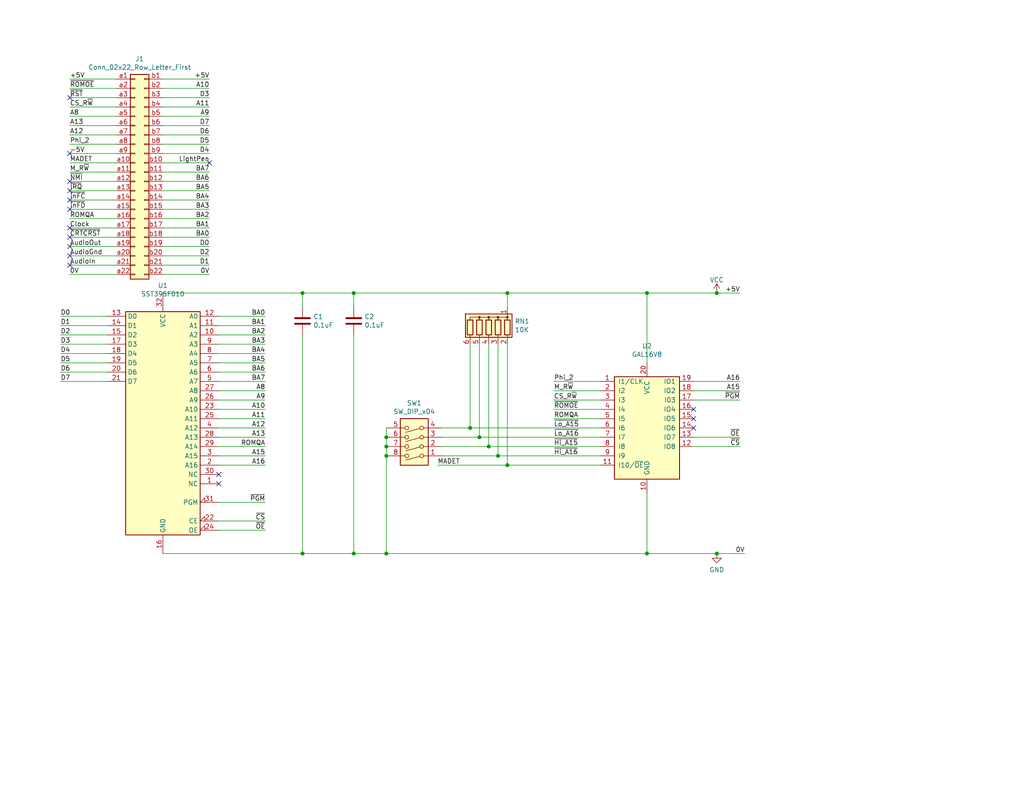
<source format=kicad_sch>
(kicad_sch (version 20230121) (generator eeschema)
  (paper "USLetter")
  (title_block (title "MultiROM Cartridge for BBC Master & Acorn Electron") (date "2023-02-07") (rev "Issue 1"))
  (lib_symbols
    (symbol "Connector_Generic:Conn_02x22_Row_Letter_First" (pin_names (offset 1.016) hide)
      (property "Reference" "J" (at 1.27 27.94 0))
      (property "Value" "Conn_02x22_Row_Letter_First" (at 1.27 -30.48 0))
      (symbol "Conn_02x22_Row_Letter_First_1_1"
        (rectangle (start -1.27 -27.813) (end 0 -28.067) (stroke (width 0.1524)))
        (rectangle (start -1.27 -25.273) (end 0 -25.527) (stroke (width 0.1524)))
        (rectangle (start -1.27 -22.733) (end 0 -22.987) (stroke (width 0.1524)))
        (rectangle (start -1.27 -20.193) (end 0 -20.447) (stroke (width 0.1524)))
        (rectangle (start -1.27 -17.653) (end 0 -17.907) (stroke (width 0.1524)))
        (rectangle (start -1.27 -15.113) (end 0 -15.367) (stroke (width 0.1524)))
        (rectangle (start -1.27 -12.573) (end 0 -12.827) (stroke (width 0.1524)))
        (rectangle (start -1.27 -10.033) (end 0 -10.287) (stroke (width 0.1524)))
        (rectangle (start -1.27 -7.493) (end 0 -7.747) (stroke (width 0.1524)))
        (rectangle (start -1.27 -4.953) (end 0 -5.207) (stroke (width 0.1524)))
        (rectangle (start -1.27 -2.413) (end 0 -2.667) (stroke (width 0.1524)))
        (rectangle (start -1.27 0.127) (end 0 -0.127) (stroke (width 0.1524)))
        (rectangle (start -1.27 2.667) (end 0 2.413) (stroke (width 0.1524)))
        (rectangle (start -1.27 5.207) (end 0 4.953) (stroke (width 0.1524)))
        (rectangle (start -1.27 7.747) (end 0 7.493) (stroke (width 0.1524)))
        (rectangle (start -1.27 10.287) (end 0 10.033) (stroke (width 0.1524)))
        (rectangle (start -1.27 12.827) (end 0 12.573) (stroke (width 0.1524)))
        (rectangle (start -1.27 15.367) (end 0 15.113) (stroke (width 0.1524)))
        (rectangle (start -1.27 17.907) (end 0 17.653) (stroke (width 0.1524)))
        (rectangle (start -1.27 20.447) (end 0 20.193) (stroke (width 0.1524)))
        (rectangle (start -1.27 22.987) (end 0 22.733) (stroke (width 0.1524)))
        (rectangle (start -1.27 25.527) (end 0 25.273) (stroke (width 0.1524)))
        (rectangle (start -1.27 26.67) (end 3.81 -29.21) (stroke (width 0.254)) (fill (type background)))
        (rectangle (start 3.81 -27.813) (end 2.54 -28.067) (stroke (width 0.1524)))
        (rectangle (start 3.81 -25.273) (end 2.54 -25.527) (stroke (width 0.1524)))
        (rectangle (start 3.81 -22.733) (end 2.54 -22.987) (stroke (width 0.1524)))
        (rectangle (start 3.81 -20.193) (end 2.54 -20.447) (stroke (width 0.1524)))
        (rectangle (start 3.81 -17.653) (end 2.54 -17.907) (stroke (width 0.1524)))
        (rectangle (start 3.81 -15.113) (end 2.54 -15.367) (stroke (width 0.1524)))
        (rectangle (start 3.81 -12.573) (end 2.54 -12.827) (stroke (width 0.1524)))
        (rectangle (start 3.81 -10.033) (end 2.54 -10.287) (stroke (width 0.1524)))
        (rectangle (start 3.81 -7.493) (end 2.54 -7.747) (stroke (width 0.1524)))
        (rectangle (start 3.81 -4.953) (end 2.54 -5.207) (stroke (width 0.1524)))
        (rectangle (start 3.81 -2.413) (end 2.54 -2.667) (stroke (width 0.1524)))
        (rectangle (start 3.81 0.127) (end 2.54 -0.127) (stroke (width 0.1524)))
        (rectangle (start 3.81 2.667) (end 2.54 2.413) (stroke (width 0.1524)))
        (rectangle (start 3.81 5.207) (end 2.54 4.953) (stroke (width 0.1524)))
        (rectangle (start 3.81 7.747) (end 2.54 7.493) (stroke (width 0.1524)))
        (rectangle (start 3.81 10.287) (end 2.54 10.033) (stroke (width 0.1524)))
        (rectangle (start 3.81 12.827) (end 2.54 12.573) (stroke (width 0.1524)))
        (rectangle (start 3.81 15.367) (end 2.54 15.113) (stroke (width 0.1524)))
        (rectangle (start 3.81 17.907) (end 2.54 17.653) (stroke (width 0.1524)))
        (rectangle (start 3.81 20.447) (end 2.54 20.193) (stroke (width 0.1524)))
        (rectangle (start 3.81 22.987) (end 2.54 22.733) (stroke (width 0.1524)))
        (rectangle (start 3.81 25.527) (end 2.54 25.273) (stroke (width 0.1524)))
        (pin passive line (at -5.08 25.4 0) (length 3.81) (name "Pin_a1") (number "a1"))
        (pin passive line (at -5.08 2.54 0) (length 3.81) (name "Pin_a10") (number "a10"))
        (pin passive line (at -5.08 0 0) (length 3.81) (name "Pin_a11") (number "a11"))
        (pin passive line (at -5.08 -2.54 0) (length 3.81) (name "Pin_a12") (number "a12"))
        (pin passive line (at -5.08 -5.08 0) (length 3.81) (name "Pin_a13") (number "a13"))
        (pin passive line (at -5.08 -7.62 0) (length 3.81) (name "Pin_a14") (number "a14"))
        (pin passive line (at -5.08 -10.16 0) (length 3.81) (name "Pin_a15") (number "a15"))
        (pin passive line (at -5.08 -12.7 0) (length 3.81) (name "Pin_a16") (number "a16"))
        (pin passive line (at -5.08 -15.24 0) (length 3.81) (name "Pin_a17") (number "a17"))
        (pin passive line (at -5.08 -17.78 0) (length 3.81) (name "Pin_a18") (number "a18"))
        (pin passive line (at -5.08 -20.32 0) (length 3.81) (name "Pin_a19") (number "a19"))
        (pin passive line (at -5.08 22.86 0) (length 3.81) (name "Pin_a2") (number "a2"))
        (pin passive line (at -5.08 -22.86 0) (length 3.81) (name "Pin_a20") (number "a20"))
        (pin passive line (at -5.08 -25.4 0) (length 3.81) (name "Pin_a21") (number "a21"))
        (pin passive line (at -5.08 -27.94 0) (length 3.81) (name "Pin_a22") (number "a22"))
        (pin passive line (at -5.08 20.32 0) (length 3.81) (name "Pin_a3") (number "a3"))
        (pin passive line (at -5.08 17.78 0) (length 3.81) (name "Pin_a4") (number "a4"))
        (pin passive line (at -5.08 15.24 0) (length 3.81) (name "Pin_a5") (number "a5"))
        (pin passive line (at -5.08 12.7 0) (length 3.81) (name "Pin_a6") (number "a6"))
        (pin passive line (at -5.08 10.16 0) (length 3.81) (name "Pin_a7") (number "a7"))
        (pin passive line (at -5.08 7.62 0) (length 3.81) (name "Pin_a8") (number "a8"))
        (pin passive line (at -5.08 5.08 0) (length 3.81) (name "Pin_a9") (number "a9"))
        (pin passive line (at 7.62 25.4 180) (length 3.81) (name "Pin_b1") (number "b1"))
        (pin passive line (at 7.62 2.54 180) (length 3.81) (name "Pin_b10") (number "b10"))
        (pin passive line (at 7.62 0 180) (length 3.81) (name "Pin_b11") (number "b11"))
        (pin passive line (at 7.62 -2.54 180) (length 3.81) (name "Pin_b12") (number "b12"))
        (pin passive line (at 7.62 -5.08 180) (length 3.81) (name "Pin_b13") (number "b13"))
        (pin passive line (at 7.62 -7.62 180) (length 3.81) (name "Pin_b14") (number "b14"))
        (pin passive line (at 7.62 -10.16 180) (length 3.81) (name "Pin_b15") (number "b15"))
        (pin passive line (at 7.62 -12.7 180) (length 3.81) (name "Pin_b16") (number "b16"))
        (pin passive line (at 7.62 -15.24 180) (length 3.81) (name "Pin_b17") (number "b17"))
        (pin passive line (at 7.62 -17.78 180) (length 3.81) (name "Pin_b18") (number "b18"))
        (pin passive line (at 7.62 -20.32 180) (length 3.81) (name "Pin_b19") (number "b19"))
        (pin passive line (at 7.62 22.86 180) (length 3.81) (name "Pin_b2") (number "b2"))
        (pin passive line (at 7.62 -22.86 180) (length 3.81) (name "Pin_b20") (number "b20"))
        (pin passive line (at 7.62 -25.4 180) (length 3.81) (name "Pin_b21") (number "b21"))
        (pin passive line (at 7.62 -27.94 180) (length 3.81) (name "Pin_b22") (number "b22"))
        (pin passive line (at 7.62 20.32 180) (length 3.81) (name "Pin_b3") (number "b3"))
        (pin passive line (at 7.62 17.78 180) (length 3.81) (name "Pin_b4") (number "b4"))
        (pin passive line (at 7.62 15.24 180) (length 3.81) (name "Pin_b5") (number "b5"))
        (pin passive line (at 7.62 12.7 180) (length 3.81) (name "Pin_b6") (number "b6"))
        (pin passive line (at 7.62 10.16 180) (length 3.81) (name "Pin_b7") (number "b7"))
        (pin passive line (at 7.62 7.62 180) (length 3.81) (name "Pin_b8") (number "b8"))
        (pin passive line (at 7.62 5.08 180) (length 3.81) (name "Pin_b9") (number "b9"))
      )
    )
    (symbol "Device:C" (pin_numbers hide) (pin_names (offset 0.254))
      (property "Reference" "C" (at 0.635 2.54 0))
      (property "Value" "C" (at 0.635 -2.54 0))
      (symbol "C_0_1"
        (polyline (pts (xy -2.032 -0.762) (xy 2.032 -0.762)) (stroke (width 0.508)))
        (polyline (pts (xy -2.032 0.762) (xy 2.032 0.762)) (stroke (width 0.508)))
      )
      (symbol "C_1_1"
        (pin passive line (at 0 3.81 270) (length 2.794) (name "~") (number "1"))
        (pin passive line (at 0 -3.81 90) (length 2.794) (name "~") (number "2"))
      )
    )
    (symbol "Device:R_Network05" (pin_names (offset 0) hide)
      (property "Reference" "RN" (at -7.62 0 90))
      (property "Value" "R_Network05" (at 7.62 0 90))
      (symbol "R_Network05_0_1"
        (rectangle (start -6.35 -3.175) (end 6.35 3.175) (stroke (width 0.254)) (fill (type background)))
        (rectangle (start -5.842 1.524) (end -4.318 -2.54) (stroke (width 0.254)))
        (circle (center -5.08 2.286) (radius 0.254) (fill (type outline)))
        (rectangle (start -3.302 1.524) (end -1.778 -2.54) (stroke (width 0.254)))
        (circle (center -2.54 2.286) (radius 0.254) (fill (type outline)))
        (rectangle (start -0.762 1.524) (end 0.762 -2.54) (stroke (width 0.254)))
        (polyline (pts (xy -5.08 -2.54) (xy -5.08 -3.81)))
        (polyline (pts (xy -2.54 -2.54) (xy -2.54 -3.81)))
        (polyline (pts (xy 0 -2.54) (xy 0 -3.81)))
        (polyline (pts (xy 2.54 -2.54) (xy 2.54 -3.81)))
        (polyline (pts (xy 5.08 -2.54) (xy 5.08 -3.81)))
        (polyline (pts (xy -5.08 1.524) (xy -5.08 2.286) (xy -2.54 2.286) (xy -2.54 1.524)))
        (polyline (pts (xy -2.54 1.524) (xy -2.54 2.286) (xy 0 2.286) (xy 0 1.524)))
        (polyline (pts (xy 0 1.524) (xy 0 2.286) (xy 2.54 2.286) (xy 2.54 1.524)))
        (polyline (pts (xy 2.54 1.524) (xy 2.54 2.286) (xy 5.08 2.286) (xy 5.08 1.524)))
        (circle (center 0 2.286) (radius 0.254) (fill (type outline)))
        (rectangle (start 1.778 1.524) (end 3.302 -2.54) (stroke (width 0.254)))
        (circle (center 2.54 2.286) (radius 0.254) (fill (type outline)))
        (rectangle (start 4.318 1.524) (end 5.842 -2.54) (stroke (width 0.254)))
      )
      (symbol "R_Network05_1_1"
        (pin passive line (at -5.08 5.08 270) (length 2.54) (name "common") (number "1"))
        (pin passive line (at -5.08 -5.08 90) (length 1.27) (name "R1") (number "2"))
        (pin passive line (at -2.54 -5.08 90) (length 1.27) (name "R2") (number "3"))
        (pin passive line (at 0 -5.08 90) (length 1.27) (name "R3") (number "4"))
        (pin passive line (at 2.54 -5.08 90) (length 1.27) (name "R4") (number "5"))
        (pin passive line (at 5.08 -5.08 90) (length 1.27) (name "R5") (number "6"))
      )
    )
    (symbol "Logic_Programmable:GAL16V8" (pin_names (offset 1.016))
      (property "Reference" "U" (at -8.89 16.51 0))
      (property "Value" "GAL16V8" (at 1.27 16.51 0))
      (symbol "GAL16V8_0_0"
        (pin power_in line (at 0 -17.78 90) (length 3.81) (name "GND") (number "10"))
        (pin power_in line (at 0 17.78 270) (length 3.81) (name "VCC") (number "20"))
      )
      (symbol "GAL16V8_0_1"
        (rectangle (start -8.89 13.97) (end 8.89 -13.97) (stroke (width 0.254)) (fill (type background)))
      )
      (symbol "GAL16V8_1_1"
        (pin input line (at -12.7 12.7 0) (length 3.81) (name "I1/CLK") (number "1"))
        (pin input line (at -12.7 -10.16 0) (length 3.81) (name "I10/~{OE}") (number "11"))
        (pin tri_state line (at 12.7 -5.08 180) (length 3.81) (name "IO8") (number "12"))
        (pin tri_state line (at 12.7 -2.54 180) (length 3.81) (name "IO7") (number "13"))
        (pin tri_state line (at 12.7 0 180) (length 3.81) (name "IO6") (number "14"))
        (pin tri_state line (at 12.7 2.54 180) (length 3.81) (name "IO5") (number "15"))
        (pin tri_state line (at 12.7 5.08 180) (length 3.81) (name "IO4") (number "16"))
        (pin tri_state line (at 12.7 7.62 180) (length 3.81) (name "I03") (number "17"))
        (pin tri_state line (at 12.7 10.16 180) (length 3.81) (name "IO2") (number "18"))
        (pin tri_state line (at 12.7 12.7 180) (length 3.81) (name "IO1") (number "19"))
        (pin input line (at -12.7 10.16 0) (length 3.81) (name "I2") (number "2"))
        (pin input line (at -12.7 7.62 0) (length 3.81) (name "I3") (number "3"))
        (pin input line (at -12.7 5.08 0) (length 3.81) (name "I4") (number "4"))
        (pin input line (at -12.7 2.54 0) (length 3.81) (name "I5") (number "5"))
        (pin input line (at -12.7 0 0) (length 3.81) (name "I6") (number "6"))
        (pin input line (at -12.7 -2.54 0) (length 3.81) (name "I7") (number "7"))
        (pin input line (at -12.7 -5.08 0) (length 3.81) (name "I8") (number "8"))
        (pin input line (at -12.7 -7.62 0) (length 3.81) (name "I9") (number "9"))
      )
    )
    (symbol "Memory_Flash:SST39SF010"
      (property "Reference" "U" (at 2.54 33.02 0))
      (property "Value" "SST39SF010" (at 0 -30.48 0))
      (symbol "SST39SF010_0_0"
        (pin power_in line (at 0 -34.29 90) (length 5.08) (name "GND") (number "16"))
        (pin power_in line (at 0 36.83 270) (length 5.08) (name "VCC") (number "32"))
      )
      (symbol "SST39SF010_0_1"
        (rectangle (start -10.16 31.75) (end 10.16 -29.21) (stroke (width 0.254)) (fill (type background)))
      )
      (symbol "SST39SF010_1_1"
        (pin input line (at -15.24 -15.24 0) (length 5.08) (name "NC") (number "1"))
        (pin input line (at -15.24 25.4 0) (length 5.08) (name "A2") (number "10"))
        (pin input line (at -15.24 27.94 0) (length 5.08) (name "A1") (number "11"))
        (pin input line (at -15.24 30.48 0) (length 5.08) (name "A0") (number "12"))
        (pin tri_state line (at 15.24 30.48 180) (length 5.08) (name "D0") (number "13"))
        (pin tri_state line (at 15.24 27.94 180) (length 5.08) (name "D1") (number "14"))
        (pin tri_state line (at 15.24 25.4 180) (length 5.08) (name "D2") (number "15"))
        (pin tri_state line (at 15.24 22.86 180) (length 5.08) (name "D3") (number "17"))
        (pin tri_state line (at 15.24 20.32 180) (length 5.08) (name "D4") (number "18"))
        (pin tri_state line (at 15.24 17.78 180) (length 5.08) (name "D5") (number "19"))
        (pin input line (at -15.24 -10.16 0) (length 5.08) (name "A16") (number "2"))
        (pin tri_state line (at 15.24 15.24 180) (length 5.08) (name "D6") (number "20"))
        (pin tri_state line (at 15.24 12.7 180) (length 5.08) (name "D7") (number "21"))
        (pin input input_low (at -15.24 -25.4 0) (length 5.08) (name "CE") (number "22"))
        (pin input line (at -15.24 5.08 0) (length 5.08) (name "A10") (number "23"))
        (pin input input_low (at -15.24 -27.94 0) (length 5.08) (name "OE") (number "24"))
        (pin input line (at -15.24 2.54 0) (length 5.08) (name "A11") (number "25"))
        (pin input line (at -15.24 7.62 0) (length 5.08) (name "A9") (number "26"))
        (pin input line (at -15.24 10.16 0) (length 5.08) (name "A8") (number "27"))
        (pin input line (at -15.24 -2.54 0) (length 5.08) (name "A13") (number "28"))
        (pin input line (at -15.24 -5.08 0) (length 5.08) (name "A14") (number "29"))
        (pin input line (at -15.24 -7.62 0) (length 5.08) (name "A15") (number "3"))
        (pin input line (at -15.24 -12.7 0) (length 5.08) (name "NC") (number "30"))
        (pin input input_low (at -15.24 -20.32 0) (length 5.08) (name "PGM") (number "31"))
        (pin input line (at -15.24 0 0) (length 5.08) (name "A12") (number "4"))
        (pin input line (at -15.24 12.7 0) (length 5.08) (name "A7") (number "5"))
        (pin input line (at -15.24 15.24 0) (length 5.08) (name "A6") (number "6"))
        (pin input line (at -15.24 17.78 0) (length 5.08) (name "A5") (number "7"))
        (pin input line (at -15.24 20.32 0) (length 5.08) (name "A4") (number "8"))
        (pin input line (at -15.24 22.86 0) (length 5.08) (name "A3") (number "9"))
      )
    )
    (symbol "Switch:SW_DIP_x04" (pin_names (offset 0) hide)
      (property "Reference" "SW" (at 0 8.89 0))
      (property "Value" "SW_DIP_x04" (at 0 -6.35 0))
      (symbol "SW_DIP_x04_0_0"
        (circle (center -2.032 -2.54) (radius 0.508))
        (circle (center -2.032 0) (radius 0.508))
        (circle (center -2.032 2.54) (radius 0.508))
        (circle (center -2.032 5.08) (radius 0.508))
        (polyline (pts (xy -1.524 -2.3876) (xy 2.3622 -1.3462)))
        (polyline (pts (xy -1.524 0.127) (xy 2.3622 1.1684)))
        (polyline (pts (xy -1.524 2.667) (xy 2.3622 3.7084)))
        (polyline (pts (xy -1.524 5.207) (xy 2.3622 6.2484)))
        (circle (center 2.032 -2.54) (radius 0.508))
        (circle (center 2.032 0) (radius 0.508))
        (circle (center 2.032 2.54) (radius 0.508))
        (circle (center 2.032 5.08) (radius 0.508))
      )
      (symbol "SW_DIP_x04_0_1"
        (rectangle (start -3.81 7.62) (end 3.81 -5.08) (stroke (width 0.254)) (fill (type background)))
      )
      (symbol "SW_DIP_x04_1_1"
        (pin passive line (at -7.62 5.08 0) (length 5.08) (name "~") (number "1"))
        (pin passive line (at -7.62 2.54 0) (length 5.08) (name "~") (number "2"))
        (pin passive line (at -7.62 0 0) (length 5.08) (name "~") (number "3"))
        (pin passive line (at -7.62 -2.54 0) (length 5.08) (name "~") (number "4"))
        (pin passive line (at 7.62 -2.54 180) (length 5.08) (name "~") (number "5"))
        (pin passive line (at 7.62 0 180) (length 5.08) (name "~") (number "6"))
        (pin passive line (at 7.62 2.54 180) (length 5.08) (name "~") (number "7"))
        (pin passive line (at 7.62 5.08 180) (length 5.08) (name "~") (number "8"))
      )
    )
    (symbol "power:GND" (power) (pin_names (offset 0))
      (property "Value" "GND" (at 0 -3.81 0))
      (symbol "GND_0_1"
        (polyline (pts (xy 0 0) (xy 0 -1.27) (xy 1.27 -1.27) (xy 0 -2.54) (xy -1.27 -1.27) (xy 0 -1.27)))
      )
      (symbol "GND_1_1"
        (pin power_in line (at 0 0 270) (length 0) hide (name "GND") (number "1"))
      )
    )
    (symbol "power:VCC" (power) (pin_names (offset 0))
      (property "Value" "VCC" (at 0 3.81 0))
      (symbol "VCC_0_1"
        (polyline (pts (xy -0.762 1.27) (xy 0 2.54)))
        (polyline (pts (xy 0 0) (xy 0 2.54)))
        (polyline (pts (xy 0 2.54) (xy 0.762 1.27)))
      )
      (symbol "VCC_1_1"
        (pin power_in line (at 0 0 90) (length 0) hide (name "VCC") (number "1"))
      )
    )
  )
  (junction (at 82.55 80.01))
  (junction (at 96.52 151.13))
  (junction (at 135.89 124.46))
  (junction (at 105.41 119.38))
  (junction (at 105.41 121.92))
  (junction (at 176.53 151.13))
  (junction (at 176.53 80.01))
  (junction (at 105.41 124.46))
  (junction (at 195.58 151.13))
  (junction (at 128.27 116.84))
  (junction (at 138.43 80.01))
  (junction (at 130.81 119.38))
  (junction (at 105.41 151.13))
  (junction (at 138.43 127))
  (junction (at 133.35 121.92))
  (junction (at 96.52 80.01))
  (junction (at 82.55 151.13))
  (junction (at 195.58 80.01))
  (no_connect (at 59.69 132.08))
  (no_connect (at 19.05 54.61))
  (no_connect (at 19.05 49.53))
  (no_connect (at 19.05 72.39))
  (no_connect (at 19.05 52.07))
  (no_connect (at 19.05 41.91))
  (no_connect (at 19.05 62.23))
  (no_connect (at 19.05 69.85))
  (no_connect (at 19.05 57.15))
  (no_connect (at 19.05 64.77))
  (no_connect (at 59.69 129.54))
  (no_connect (at 189.23 111.76))
  (no_connect (at 189.23 116.84))
  (no_connect (at 189.23 114.3))
  (no_connect (at 19.05 26.67))
  (no_connect (at 19.05 67.31))
  (no_connect (at 57.15 44.45))
  (wire (pts (xy 44.45 54.61) (xy 57.15 54.61)))
  (wire (pts (xy 201.93 109.22) (xy 189.23 109.22)))
  (wire (pts (xy 105.41 121.92) (xy 105.41 124.46)))
  (wire (pts (xy 19.05 52.07) (xy 31.75 52.07)))
  (wire (pts (xy 31.75 34.29) (xy 19.05 34.29)))
  (wire (pts (xy 19.05 74.93) (xy 31.75 74.93)))
  (wire (pts (xy 57.15 57.15) (xy 44.45 57.15)))
  (wire (pts (xy 19.05 46.99) (xy 31.75 46.99)))
  (wire (pts (xy 176.53 80.01) (xy 195.58 80.01)))
  (wire (pts (xy 44.45 59.69) (xy 57.15 59.69)))
  (wire (pts (xy 130.81 93.98) (xy 130.81 119.38)))
  (wire (pts (xy 29.21 96.52) (xy 16.51 96.52)))
  (wire (pts (xy 59.69 86.36) (xy 72.39 86.36)))
  (wire (pts (xy 135.89 124.46) (xy 163.83 124.46)))
  (wire (pts (xy 72.39 99.06) (xy 59.69 99.06)))
  (wire (pts (xy 72.39 88.9) (xy 59.69 88.9)))
  (wire (pts (xy 44.45 80.01) (xy 82.55 80.01)))
  (wire (pts (xy 57.15 62.23) (xy 44.45 62.23)))
  (wire (pts (xy 59.69 101.6) (xy 72.39 101.6)))
  (wire (pts (xy 72.39 127) (xy 59.69 127)))
  (wire (pts (xy 31.75 59.69) (xy 19.05 59.69)))
  (wire (pts (xy 59.69 111.76) (xy 72.39 111.76)))
  (wire (pts (xy 57.15 74.93) (xy 44.45 74.93)))
  (wire (pts (xy 19.05 57.15) (xy 31.75 57.15)))
  (wire (pts (xy 120.65 119.38) (xy 130.81 119.38)))
  (wire (pts (xy 96.52 80.01) (xy 96.52 83.82)))
  (wire (pts (xy 96.52 80.01) (xy 138.43 80.01)))
  (wire (pts (xy 44.45 26.67) (xy 57.15 26.67)))
  (wire (pts (xy 44.45 151.13) (xy 82.55 151.13)))
  (wire (pts (xy 105.41 124.46) (xy 105.41 151.13)))
  (wire (pts (xy 44.45 44.45) (xy 57.15 44.45)))
  (wire (pts (xy 31.75 24.13) (xy 19.05 24.13)))
  (wire (pts (xy 31.75 29.21) (xy 19.05 29.21)))
  (wire (pts (xy 19.05 36.83) (xy 31.75 36.83)))
  (wire (pts (xy 82.55 91.44) (xy 82.55 151.13)))
  (wire (pts (xy 57.15 39.37) (xy 44.45 39.37)))
  (wire (pts (xy 195.58 80.01) (xy 201.93 80.01)))
  (wire (pts (xy 195.58 151.13) (xy 203.2 151.13)))
  (wire (pts (xy 29.21 93.98) (xy 16.51 93.98)))
  (wire (pts (xy 105.41 151.13) (xy 176.53 151.13)))
  (wire (pts (xy 31.75 69.85) (xy 19.05 69.85)))
  (wire (pts (xy 59.69 124.46) (xy 72.39 124.46)))
  (wire (pts (xy 189.23 119.38) (xy 201.93 119.38)))
  (wire (pts (xy 128.27 93.98) (xy 128.27 116.84)))
  (wire (pts (xy 176.53 80.01) (xy 176.53 99.06)))
  (wire (pts (xy 44.45 49.53) (xy 57.15 49.53)))
  (wire (pts (xy 72.39 114.3) (xy 59.69 114.3)))
  (wire (pts (xy 19.05 21.59) (xy 31.75 21.59)))
  (wire (pts (xy 57.15 46.99) (xy 44.45 46.99)))
  (wire (pts (xy 29.21 99.06) (xy 16.51 99.06)))
  (wire (pts (xy 72.39 121.92) (xy 59.69 121.92)))
  (wire (pts (xy 120.65 124.46) (xy 135.89 124.46)))
  (wire (pts (xy 72.39 137.16) (xy 59.69 137.16)))
  (wire (pts (xy 82.55 151.13) (xy 96.52 151.13)))
  (wire (pts (xy 120.65 121.92) (xy 133.35 121.92)))
  (wire (pts (xy 44.45 72.39) (xy 57.15 72.39)))
  (wire (pts (xy 72.39 142.24) (xy 59.69 142.24)))
  (wire (pts (xy 189.23 106.68) (xy 201.93 106.68)))
  (wire (pts (xy 44.45 34.29) (xy 57.15 34.29)))
  (wire (pts (xy 82.55 80.01) (xy 82.55 83.82)))
  (wire (pts (xy 105.41 116.84) (xy 105.41 119.38)))
  (wire (pts (xy 19.05 67.31) (xy 31.75 67.31)))
  (wire (pts (xy 57.15 69.85) (xy 44.45 69.85)))
  (wire (pts (xy 138.43 127) (xy 163.83 127)))
  (wire (pts (xy 29.21 88.9) (xy 16.51 88.9)))
  (wire (pts (xy 31.75 39.37) (xy 19.05 39.37)))
  (wire (pts (xy 44.45 36.83) (xy 57.15 36.83)))
  (wire (pts (xy 133.35 121.92) (xy 163.83 121.92)))
  (wire (pts (xy 19.05 31.75) (xy 31.75 31.75)))
  (wire (pts (xy 138.43 93.98) (xy 138.43 127)))
  (wire (pts (xy 96.52 80.01) (xy 82.55 80.01)))
  (wire (pts (xy 59.69 96.52) (xy 72.39 96.52)))
  (wire (pts (xy 44.45 64.77) (xy 57.15 64.77)))
  (wire (pts (xy 163.83 104.14) (xy 151.13 104.14)))
  (wire (pts (xy 19.05 72.39) (xy 31.75 72.39)))
  (wire (pts (xy 29.21 86.36) (xy 16.51 86.36)))
  (wire (pts (xy 59.69 116.84) (xy 72.39 116.84)))
  (wire (pts (xy 59.69 91.44) (xy 72.39 91.44)))
  (wire (pts (xy 72.39 144.78) (xy 59.69 144.78)))
  (wire (pts (xy 29.21 104.14) (xy 16.51 104.14)))
  (wire (pts (xy 130.81 119.38) (xy 163.83 119.38)))
  (wire (pts (xy 31.75 44.45) (xy 19.05 44.45)))
  (wire (pts (xy 44.45 67.31) (xy 57.15 67.31)))
  (wire (pts (xy 151.13 106.68) (xy 163.83 106.68)))
  (wire (pts (xy 138.43 80.01) (xy 138.43 83.82)))
  (wire (pts (xy 96.52 91.44) (xy 96.52 151.13)))
  (wire (pts (xy 59.69 106.68) (xy 72.39 106.68)))
  (wire (pts (xy 163.83 111.76) (xy 151.13 111.76)))
  (wire (pts (xy 189.23 121.92) (xy 201.93 121.92)))
  (wire (pts (xy 57.15 52.07) (xy 44.45 52.07)))
  (wire (pts (xy 128.27 116.84) (xy 163.83 116.84)))
  (wire (pts (xy 19.05 26.67) (xy 31.75 26.67)))
  (wire (pts (xy 151.13 114.3) (xy 163.83 114.3)))
  (wire (pts (xy 31.75 54.61) (xy 19.05 54.61)))
  (wire (pts (xy 120.65 116.84) (xy 128.27 116.84)))
  (wire (pts (xy 72.39 119.38) (xy 59.69 119.38)))
  (wire (pts (xy 133.35 93.98) (xy 133.35 121.92)))
  (wire (pts (xy 72.39 109.22) (xy 59.69 109.22)))
  (wire (pts (xy 176.53 134.62) (xy 176.53 151.13)))
  (wire (pts (xy 19.05 41.91) (xy 31.75 41.91)))
  (wire (pts (xy 31.75 49.53) (xy 19.05 49.53)))
  (wire (pts (xy 119.38 127) (xy 138.43 127)))
  (wire (pts (xy 72.39 104.14) (xy 59.69 104.14)))
  (wire (pts (xy 72.39 93.98) (xy 59.69 93.98)))
  (wire (pts (xy 44.45 31.75) (xy 57.15 31.75)))
  (wire (pts (xy 151.13 109.22) (xy 163.83 109.22)))
  (wire (pts (xy 138.43 80.01) (xy 176.53 80.01)))
  (wire (pts (xy 176.53 151.13) (xy 195.58 151.13)))
  (wire (pts (xy 44.45 21.59) (xy 57.15 21.59)))
  (wire (pts (xy 57.15 24.13) (xy 44.45 24.13)))
  (wire (pts (xy 57.15 41.91) (xy 44.45 41.91)))
  (wire (pts (xy 135.89 93.98) (xy 135.89 124.46)))
  (wire (pts (xy 201.93 104.14) (xy 189.23 104.14)))
  (wire (pts (xy 29.21 101.6) (xy 16.51 101.6)))
  (wire (pts (xy 29.21 91.44) (xy 16.51 91.44)))
  (wire (pts (xy 96.52 151.13) (xy 105.41 151.13)))
  (wire (pts (xy 105.41 119.38) (xy 105.41 121.92)))
  (wire (pts (xy 19.05 62.23) (xy 31.75 62.23)))
  (wire (pts (xy 57.15 29.21) (xy 44.45 29.21)))
  (wire (pts (xy 31.75 64.77) (xy 19.05 64.77)))
  (label "A8" (at 72.39 106.68 180))
  (label "~{inFD}" (at 19.05 57.15 0))
  (label "A16" (at 72.39 127 180))
  (label "D0" (at 57.15 67.31 180))
  (label "+5V" (at 57.15 21.59 180))
  (label "M_R~{W}" (at 151.13 106.68 0))
  (label "~{PGM}" (at 72.39 137.16 180))
  (label "~{CS}" (at 201.93 121.92 180))
  (label "A9" (at 57.15 31.75 180))
  (label "BA6" (at 72.39 101.6 180))
  (label "D1" (at 57.15 72.39 180))
  (label "~{Hi_A15}" (at 151.13 121.92 0))
  (label "BA7" (at 72.39 104.14 180))
  (label "A15" (at 72.39 124.46 180))
  (label "A13" (at 72.39 119.38 180))
  (label "D0" (at 16.51 86.36 0))
  (label "D7" (at 16.51 104.14 0))
  (label "D2" (at 57.15 69.85 180))
  (label "CS_R~{W}" (at 19.05 29.21 0))
  (label "BA3" (at 72.39 93.98 180))
  (label "+5V" (at 19.05 21.59 0))
  (label "BA7" (at 57.15 46.99 180))
  (label "A15" (at 201.93 106.68 180))
  (label "A16" (at 201.93 104.14 180))
  (label "~{OE}" (at 201.93 119.38 180))
  (label "MADET" (at 119.38 127 0))
  (label "A10" (at 72.39 111.76 180))
  (label "ROMQA" (at 19.05 59.69 0))
  (label "0V" (at 57.15 74.93 180))
  (label "~{Lo_A15}" (at 151.13 116.84 0))
  (label "BA4" (at 57.15 54.61 180))
  (label "A10" (at 57.15 24.13 180))
  (label "ROMQA" (at 151.13 114.3 0))
  (label "~{PGM}" (at 201.93 109.22 180))
  (label "AudioIn" (at 19.05 72.39 0))
  (label "BA2" (at 72.39 91.44 180))
  (label "BA6" (at 57.15 49.53 180))
  (label "~{Hi_A16}" (at 151.13 124.46 0))
  (label "BA1" (at 72.39 88.9 180))
  (label "D3" (at 16.51 93.98 0))
  (label "BA4" (at 72.39 96.52 180))
  (label "0V" (at 203.2 151.13 180))
  (label "A11" (at 57.15 29.21 180))
  (label "~{ROMOE}" (at 151.13 111.76 0))
  (label "~{ROMOE}" (at 19.05 24.13 0))
  (label "D5" (at 57.15 39.37 180))
  (label "A9" (at 72.39 109.22 180))
  (label "~{inFC}" (at 19.05 54.61 0))
  (label "A12" (at 19.05 36.83 0))
  (label "Clock" (at 19.05 62.23 0))
  (label "MADET" (at 19.05 44.45 0))
  (label "BA3" (at 57.15 57.15 180))
  (label "D4" (at 57.15 41.91 180))
  (label "CS_R~{W}" (at 151.13 109.22 0))
  (label "D2" (at 16.51 91.44 0))
  (label "LightPen" (at 57.15 44.45 180))
  (label "~{Lo_A16}" (at 151.13 119.38 0))
  (label "~{RST}" (at 19.05 26.67 0))
  (label "A11" (at 72.39 114.3 180))
  (label "D3" (at 57.15 26.67 180))
  (label "BA5" (at 57.15 52.07 180))
  (label "AudioGnd" (at 19.05 69.85 0))
  (label "A8" (at 19.05 31.75 0))
  (label "ROMQA" (at 72.39 121.92 180))
  (label "D6" (at 57.15 36.83 180))
  (label "-5V" (at 19.05 41.91 0))
  (label "Phi_2" (at 151.13 104.14 0))
  (label "M_R~{W}" (at 19.05 46.99 0))
  (label "D4" (at 16.51 96.52 0))
  (label "Phi_2" (at 19.05 39.37 0))
  (label "D5" (at 16.51 99.06 0))
  (label "~{CS}" (at 72.39 142.24 180))
  (label "~{IRQ}" (at 19.05 52.07 0))
  (label "~{CRTCRST}" (at 19.05 64.77 0))
  (label "~{NMI}" (at 19.05 49.53 0))
  (label "D1" (at 16.51 88.9 0))
  (label "~{OE}" (at 72.39 144.78 180))
  (label "A13" (at 19.05 34.29 0))
  (label "D7" (at 57.15 34.29 180))
  (label "BA2" (at 57.15 59.69 180))
  (label "AudioOut" (at 19.05 67.31 0))
  (label "+5V" (at 201.93 80.01 180))
  (label "BA0" (at 72.39 86.36 180))
  (label "BA0" (at 57.15 64.77 180))
  (label "A12" (at 72.39 116.84 180))
  (label "BA1" (at 57.15 62.23 180))
  (label "0V" (at 19.05 74.93 0))
  (label "D6" (at 16.51 101.6 0))
  (label "BA5" (at 72.39 99.06 180))
  (symbol (lib_id "Connector_Generic:Conn_02x22_Row_Letter_First") (at 36.83 46.99 0) (unit 1)
    (property "Reference" "J1" (at 38.1 16.0782 0))
    (property "Value" "Conn_02x22_Row_Letter_First" (at 38.1 18.3896 0))
    (property "Footprint" "BBC Master Cartridge:BBC Master Cartridge" (effects hide))
  )
  (symbol (lib_id "Device:C") (at 82.55 87.63 0) (unit 1)
    (property "Reference" "C1" (at 85.471 86.4616 0) (effects (justify left)))
    (property "Value" "0.1uF" (at 85.471 88.773 0) (effects (justify left)))
    (property "Footprint" "Capacitor_THT:C_Disc_D3.0mm_W1.6mm_P2.50mm" (effects hide))
  )
  (symbol (lib_id "Device:C") (at 96.52 87.63 0) (unit 1)
    (property "Reference" "C2" (at 99.441 86.4616 0) (effects (justify left)))
    (property "Value" "0.1uF" (at 99.441 88.773 0) (effects (justify left)))
    (property "Footprint" "Capacitor_THT:C_Disc_D3.0mm_W1.6mm_P2.50mm" (effects hide))
  )
  (symbol (lib_id "Memory_Flash:SST39SF010") (at 44.45 116.84 0) (mirror y) (unit 1)
    (property "Reference" "U1" (at 44.45 77.9526 0))
    (property "Value" "SST39SF010" (at 44.45 80.264 0))
    (property "Footprint" "Package_DIP:DIP-32_W15.24mm_Socket" (effects hide))
    (property "Datasheet" "http://ww1.microchip.com/downloads/en/DeviceDoc/25022B.pdf" (effects hide))
  )
  (symbol (lib_id "Logic_Programmable:GAL16V8") (at 176.53 116.84 0) (unit 1)
    (property "Reference" "U2" (at 176.53 94.4626 0))
    (property "Value" "GAL16V8" (at 176.53 96.774 0))
    (property "Footprint" "Package_DIP:DIP-20_W7.62mm" (effects hide))
    (property "PLD file" "multirom.pld" (effects hide))
  )
  (symbol (lib_id "Switch:SW_DIP_x04") (at 113.03 119.38 180) (unit 1)
    (property "Reference" "SW1" (at 113.03 110.0582 0))
    (property "Value" "SW_DIP_x04" (at 113.03 112.3696 0))
    (property "Footprint" "Button_Switch_THT:SW_DIP_SPSTx04_Slide_9.78x12.34mm_W7.62mm_P2.54mm" (effects hide))
  )
  (symbol (lib_id "Device:R_Network05") (at 133.35 88.9 0) (mirror y) (unit 1)
    (property "Reference" "RN1" (at 140.462 87.7316 0) (effects (justify right)))
    (property "Value" "10K" (at 140.462 90.043 0) (effects (justify right)))
    (property "Footprint" "Resistor_THT:R_Array_SIP6" (effects hide))
    (property "Datasheet" "http://www.vishay.com/docs/31509/csc.pdf" (effects hide))
  )
  (symbol (lib_id "power:VCC") (at 195.58 80.01 0) (unit 1)
    (property "Reference" "#PWR0102" (effects hide))
    (property "Value" "VCC" (at 195.58 76.4342 0))
  )
  (symbol (lib_id "power:GND") (at 195.58 151.13 0) (unit 1)
    (property "Reference" "#PWR0101" (effects hide))
    (property "Value" "GND" (at 195.58 155.5734 0))
  )
)
</source>
